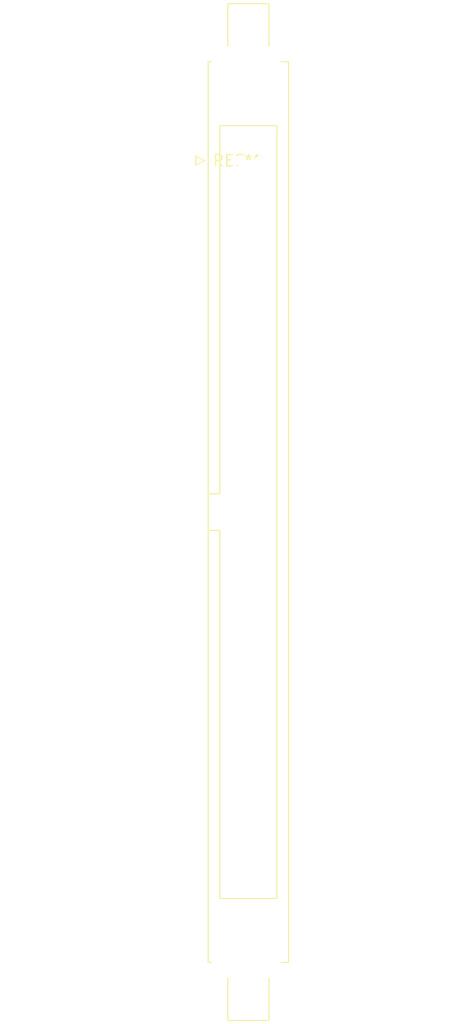
<source format=kicad_pcb>
(kicad_pcb (version 20240108) (generator pcbnew)
  (layers (0 "F.Cu" signal) (31 "B.Cu" signal) (34 "B.Paste" user) (35 "F.Paste" user) (36 "B.SilkS" user "B.Silkscreen") (37 "F.SilkS" user "F.Silkscreen") (38 "B.Mask" user) (39 "F.Mask" user) (44 "Edge.Cuts" user))
  (net 0 "")
  (footprint "IDC-Header_2x32-1MP_P2.54mm_Latch6.5mm_Vertical" (layer "F.Cu") (at 0 0)
    (property "Reference" "REF**")
    (property "Value" "IDC-Header_2x32-1MP_P2.54mm_Latch6.5mm_Vertical")
    (fp_line (start -4.63 -0.5) (end -4.63 0.5) (layer "F.SilkS") (stroke (width 0.12)))
    (fp_line (start -4.63 0.5) (end -3.63 0) (layer "F.SilkS") (stroke (width 0.12)))
    (fp_line (start -3.63 0) (end -4.63 -0.5) (layer "F.SilkS") (stroke (width 0.12)))
    (fp_line (start -3.24 -11.08) (end -3.24 89.82) (layer "F.SilkS") (stroke (width 0.12)))
    (fp_line (start -3.24 37.32) (end -1.93 37.32) (layer "F.SilkS") (stroke (width 0.12)))
    (fp_line (start -3.24 89.82) (end -2.87 89.82) (layer "F.SilkS") (stroke (width 0.12)))
    (fp_line (start -2.87 -11.08) (end -3.24 -11.08) (layer "F.SilkS") (stroke (width 0.12)))
    (fp_line (start -1.93 -3.92) (end 4.47 -3.92) (layer "F.SilkS") (stroke (width 0.12)))
    (fp_line (start -1.93 37.32) (end -1.93 -3.92) (layer "F.SilkS") (stroke (width 0.12)))
    (fp_line (start -1.93 41.42) (end -3.24 41.42) (layer "F.SilkS") (stroke (width 0.12)))
    (fp_line (start -1.93 41.42) (end -1.93 41.42) (layer "F.SilkS") (stroke (width 0.12)))
    (fp_line (start -1.93 82.66) (end -1.93 41.42) (layer "F.SilkS") (stroke (width 0.12)))
    (fp_line (start -1.04 -17.58) (end 3.58 -17.58) (layer "F.SilkS") (stroke (width 0.12)))
    (fp_line (start -1.04 -12.83) (end -1.04 -17.58) (layer "F.SilkS") (stroke (width 0.12)))
    (fp_line (start -1.04 91.57) (end -1.04 96.32) (layer "F.SilkS") (stroke (width 0.12)))
    (fp_line (start -1.04 96.32) (end 3.58 96.32) (layer "F.SilkS") (stroke (width 0.12)))
    (fp_line (start 3.58 -17.58) (end 3.58 -12.83) (layer "F.SilkS") (stroke (width 0.12)))
    (fp_line (start 3.58 96.32) (end 3.58 91.57) (layer "F.SilkS") (stroke (width 0.12)))
    (fp_line (start 4.47 -3.92) (end 4.47 82.66) (layer "F.SilkS") (stroke (width 0.12)))
    (fp_line (start 4.47 82.66) (end -1.93 82.66) (layer "F.SilkS") (stroke (width 0.12)))
    (fp_line (start 4.91 -11.08) (end 5.78 -11.08) (layer "F.SilkS") (stroke (width 0.12)))
    (fp_line (start 5.78 -11.08) (end 5.78 89.82) (layer "F.SilkS") (stroke (width 0.12)))
    (fp_line (start 5.78 89.82) (end 4.91 89.82) (layer "F.SilkS") (stroke (width 0.12)))
    (pad "1" thru_hole roundrect (at 0 0) (size 1.7 1.7) (drill 1) (layers *.Cu *.Mask) (remove_unused_layers) (roundrect_rratio 0.147059))
    (pad "2" thru_hole circle (at 2.54 0) (size 1.7 1.7) (drill 1) (layers *.Cu *.Mask) (remove_unused_layers))
    (pad "3" thru_hole circle (at 0 2.54) (size 1.7 1.7) (drill 1) (layers *.Cu *.Mask) (remove_unused_layers))
    (pad "4" thru_hole circle (at 2.54 2.54) (size 1.7 1.7) (drill 1) (layers *.Cu *.Mask) (remove_unused_layers))
    (pad "5" thru_hole circle (at 0 5.08) (size 1.7 1.7) (drill 1) (layers *.Cu *.Mask) (remove_unused_layers))
    (pad "6" thru_hole circle (at 2.54 5.08) (size 1.7 1.7) (drill 1) (layers *.Cu *.Mask) (remove_unused_layers))
    (pad "7" thru_hole circle (at 0 7.62) (size 1.7 1.7) (drill 1) (layers *.Cu *.Mask) (remove_unused_layers))
    (pad "8" thru_hole circle (at 2.54 7.62) (size 1.7 1.7) (drill 1) (layers *.Cu *.Mask) (remove_unused_layers))
    (pad "9" thru_hole circle (at 0 10.16) (size 1.7 1.7) (drill 1) (layers *.Cu *.Mask) (remove_unused_layers))
    (pad "10" thru_hole circle (at 2.54 10.16) (size 1.7 1.7) (drill 1) (layers *.Cu *.Mask) (remove_unused_layers))
    (pad "11" thru_hole circle (at 0 12.7) (size 1.7 1.7) (drill 1) (layers *.Cu *.Mask) (remove_unused_layers))
    (pad "12" thru_hole circle (at 2.54 12.7) (size 1.7 1.7) (drill 1) (layers *.Cu *.Mask) (remove_unused_layers))
    (pad "13" thru_hole circle (at 0 15.24) (size 1.7 1.7) (drill 1) (layers *.Cu *.Mask) (remove_unused_layers))
    (pad "14" thru_hole circle (at 2.54 15.24) (size 1.7 1.7) (drill 1) (layers *.Cu *.Mask) (remove_unused_layers))
    (pad "15" thru_hole circle (at 0 17.78) (size 1.7 1.7) (drill 1) (layers *.Cu *.Mask) (remove_unused_layers))
    (pad "16" thru_hole circle (at 2.54 17.78) (size 1.7 1.7) (drill 1) (layers *.Cu *.Mask) (remove_unused_layers))
    (pad "17" thru_hole circle (at 0 20.32) (size 1.7 1.7) (drill 1) (layers *.Cu *.Mask) (remove_unused_layers))
    (pad "18" thru_hole circle (at 2.54 20.32) (size 1.7 1.7) (drill 1) (layers *.Cu *.Mask) (remove_unused_layers))
    (pad "19" thru_hole circle (at 0 22.86) (size 1.7 1.7) (drill 1) (layers *.Cu *.Mask) (remove_unused_layers))
    (pad "20" thru_hole circle (at 2.54 22.86) (size 1.7 1.7) (drill 1) (layers *.Cu *.Mask) (remove_unused_layers))
    (pad "21" thru_hole circle (at 0 25.4) (size 1.7 1.7) (drill 1) (layers *.Cu *.Mask) (remove_unused_layers))
    (pad "22" thru_hole circle (at 2.54 25.4) (size 1.7 1.7) (drill 1) (layers *.Cu *.Mask) (remove_unused_layers))
    (pad "23" thru_hole circle (at 0 27.94) (size 1.7 1.7) (drill 1) (layers *.Cu *.Mask) (remove_unused_layers))
    (pad "24" thru_hole circle (at 2.54 27.94) (size 1.7 1.7) (drill 1) (layers *.Cu *.Mask) (remove_unused_layers))
    (pad "25" thru_hole circle (at 0 30.48) (size 1.7 1.7) (drill 1) (layers *.Cu *.Mask) (remove_unused_layers))
    (pad "26" thru_hole circle (at 2.54 30.48) (size 1.7 1.7) (drill 1) (layers *.Cu *.Mask) (remove_unused_layers))
    (pad "27" thru_hole circle (at 0 33.02) (size 1.7 1.7) (drill 1) (layers *.Cu *.Mask) (remove_unused_layers))
    (pad "28" thru_hole circle (at 2.54 33.02) (size 1.7 1.7) (drill 1) (layers *.Cu *.Mask) (remove_unused_layers))
    (pad "29" thru_hole circle (at 0 35.56) (size 1.7 1.7) (drill 1) (layers *.Cu *.Mask) (remove_unused_layers))
    (pad "30" thru_hole circle (at 2.54 35.56) (size 1.7 1.7) (drill 1) (layers *.Cu *.Mask) (remove_unused_layers))
    (pad "31" thru_hole circle (at 0 38.1) (size 1.7 1.7) (drill 1) (layers *.Cu *.Mask) (remove_unused_layers))
    (pad "32" thru_hole circle (at 2.54 38.1) (size 1.7 1.7) (drill 1) (layers *.Cu *.Mask) (remove_unused_layers))
    (pad "33" thru_hole circle (at 0 40.64) (size 1.7 1.7) (drill 1) (layers *.Cu *.Mask) (remove_unused_layers))
    (pad "34" thru_hole circle (at 2.54 40.64) (size 1.7 1.7) (drill 1) (layers *.Cu *.Mask) (remove_unused_layers))
    (pad "35" thru_hole circle (at 0 43.18) (size 1.7 1.7) (drill 1) (layers *.Cu *.Mask) (remove_unused_layers))
    (pad "36" thru_hole circle (at 2.54 43.18) (size 1.7 1.7) (drill 1) (layers *.Cu *.Mask) (remove_unused_layers))
    (pad "37" thru_hole circle (at 0 45.72) (size 1.7 1.7) (drill 1) (layers *.Cu *.Mask) (remove_unused_layers))
    (pad "38" thru_hole circle (at 2.54 45.72) (size 1.7 1.7) (drill 1) (layers *.Cu *.Mask) (remove_unused_layers))
    (pad "39" thru_hole circle (at 0 48.26) (size 1.7 1.7) (drill 1) (layers *.Cu *.Mask) (remove_unused_layers))
    (pad "40" thru_hole circle (at 2.54 48.26) (size 1.7 1.7) (drill 1) (layers *.Cu *.Mask) (remove_unused_layers))
    (pad "41" thru_hole circle (at 0 50.8) (size 1.7 1.7) (drill 1) (layers *.Cu *.Mask) (remove_unused_layers))
    (pad "42" thru_hole circle (at 2.54 50.8) (size 1.7 1.7) (drill 1) (layers *.Cu *.Mask) (remove_unused_layers))
    (pad "43" thru_hole circle (at 0 53.34) (size 1.7 1.7) (drill 1) (layers *.Cu *.Mask) (remove_unused_layers))
    (pad "44" thru_hole circle (at 2.54 53.34) (size 1.7 1.7) (drill 1) (layers *.Cu *.Mask) (remove_unused_layers))
    (pad "45" thru_hole circle (at 0 55.88) (size 1.7 1.7) (drill 1) (layers *.Cu *.Mask) (remove_unused_layers))
    (pad "46" thru_hole circle (at 2.54 55.88) (size 1.7 1.7) (drill 1) (layers *.Cu *.Mask) (remove_unused_layers))
    (pad "47" thru_hole circle (at 0 58.42) (size 1.7 1.7) (drill 1) (layers *.Cu *.Mask) (remove_unused_layers))
    (pad "48" thru_hole circle (at 2.54 58.42) (size 1.7 1.7) (drill 1) (layers *.Cu *.Mask) (remove_unused_layers))
    (pad "49" thru_hole circle (at 0 60.96) (size 1.7 1.7) (drill 1) (layers *.Cu *.Mask) (remove_unused_layers))
    (pad "50" thru_hole circle (at 2.54 60.96) (size 1.7 1.7) (drill 1) (layers *.Cu *.Mask) (remove_unused_layers))
    (pad "51" thru_hole circle (at 0 63.5) (size 1.7 1.7) (drill 1) (layers *.Cu *.Mask) (remove_unused_layers))
    (pad "52" thru_hole circle (at 2.54 63.5) (size 1.7 1.7) (drill 1) (layers *.Cu *.Mask) (remove_unused_layers))
    (pad "53" thru_hole circle (at 0 66.04) (size 1.7 1.7) (drill 1) (layers *.Cu *.Mask) (remove_unused_layers))
    (pad "54" thru_hole circle (at 2.54 66.04) (size 1.7 1.7) (drill 1) (layers *.Cu *.Mask) (remove_unused_layers))
    (pad "55" thru_hole circle (at 0 68.58) (size 1.7 1.7) (drill 1) (layers *.Cu *.Mask) (remove_unused_layers))
    (pad "56" thru_hole circle (at 2.54 68.58) (size 1.7 1.7) (drill 1) (layers *.Cu *.Mask) (remove_unused_layers))
    (pad "57" thru_hole circle (at 0 71.12) (size 1.7 1.7) (drill 1) (layers *.Cu *.Mask) (remove_unused_layers))
    (pad "58" thru_hole circle (at 2.54 71.12) (size 1.7 1.7) (drill 1) (layers *.Cu *.Mask) (remove_unused_layers))
    (pad "59" thru_hole circle (at 0 73.66) (size 1.7 1.7) (drill 1) (layers *.Cu *.Mask) (remove_unused_layers))
    (pad "60" thru_hole circle (at 2.54 73.66) (size 1.7 1.7) (drill 1) (layers *.Cu *.Mask) (remove_unused_layers))
    (pad "61" thru_hole circle (at 0 76.2) (size 1.7 1.7) (drill 1) (layers *.Cu *.Mask) (remove_unused_layers))
    (pad "62" thru_hole circle (at 2.54 76.2) (size 1.7 1.7) (drill 1) (layers *.Cu *.Mask) (remove_unused_layers))
    (pad "63" thru_hole circle (at 0 78.74) (size 1.7 1.7) (drill 1) (layers *.Cu *.Mask) (remove_unused_layers))
    (pad "64" thru_hole circle (at 2.54 78.74) (size 1.7 1.7) (drill 1) (layers *.Cu *.Mask) (remove_unused_layers))
    (pad "MP" thru_hole circle (at 1.02 -8.94) (size 8 8) (drill 2.69) (layers *.Cu *.Mask) (remove_unused_layers))
    (pad "MP" thru_hole circle (at 1.02 87.68) (size 8 8) (drill 2.69) (layers *.Cu *.Mask) (remove_unused_layers))
  )
)
</source>
